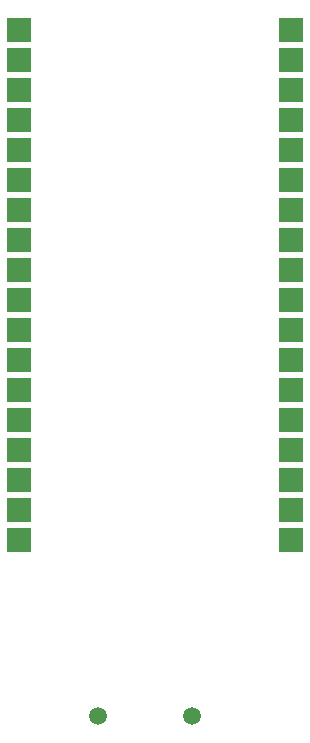
<source format=gbr>
%TF.GenerationSoftware,KiCad,Pcbnew,7.0.5*%
%TF.CreationDate,2023-06-16T14:54:11+02:00*%
%TF.ProjectId,carte_interface_connecteur_grove_pour_capteur,63617274-655f-4696-9e74-657266616365,rev?*%
%TF.SameCoordinates,Original*%
%TF.FileFunction,Soldermask,Top*%
%TF.FilePolarity,Negative*%
%FSLAX46Y46*%
G04 Gerber Fmt 4.6, Leading zero omitted, Abs format (unit mm)*
G04 Created by KiCad (PCBNEW 7.0.5) date 2023-06-16 14:54:11*
%MOMM*%
%LPD*%
G01*
G04 APERTURE LIST*
%ADD10R,2.000000X2.000000*%
%ADD11C,1.500000*%
G04 APERTURE END LIST*
D10*
%TO.C,Ue1*%
X111162000Y-174948000D03*
X111162000Y-177488000D03*
X111162000Y-180028000D03*
X111162000Y-182568000D03*
X111162000Y-185108000D03*
X111162000Y-187648000D03*
X111162000Y-190188000D03*
X111162000Y-192728000D03*
X111162000Y-195268000D03*
X111162000Y-197808000D03*
X111162000Y-200348000D03*
X111162000Y-202888000D03*
X111162000Y-205428000D03*
X111162000Y-207968000D03*
X111162000Y-210508000D03*
X111162000Y-213048000D03*
X111162000Y-215588000D03*
X111162000Y-218128000D03*
X134192000Y-218128000D03*
X134192000Y-215588000D03*
X134192000Y-213048000D03*
X134192000Y-210508000D03*
X134192000Y-207968000D03*
X134192000Y-205428000D03*
X134192000Y-202888000D03*
X134192000Y-200348000D03*
X134192000Y-197808000D03*
X134192000Y-195268000D03*
X134192000Y-192728000D03*
X134192000Y-190188000D03*
X134192000Y-187648000D03*
X134192000Y-185108000D03*
X134192000Y-182568000D03*
X134192000Y-180028000D03*
X134192000Y-177488000D03*
X134192000Y-174948000D03*
%TD*%
D11*
%TO.C,J1*%
X125832000Y-233104000D03*
X117832000Y-233104000D03*
%TD*%
M02*

</source>
